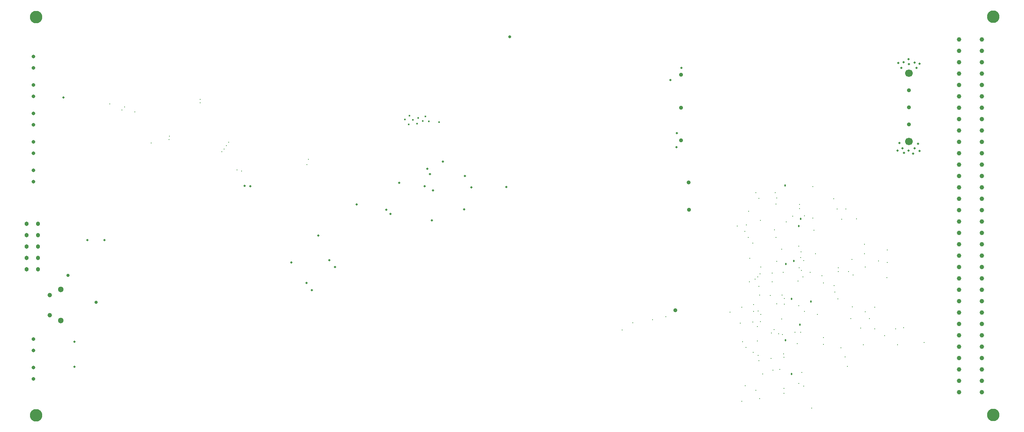
<source format=gbr>
G04 Layer_Color=0*
%FSLAX45Y45*%
%MOMM*%
%TF.FileFunction,Plated,1,2,PTH,Drill*%
%TF.Part,Single*%
G01*
G75*
%TA.AperFunction,OtherDrill,Pad Free-2 (105.156mm,157.912mm)*%
%ADD99C,2.79400*%
%TA.AperFunction,OtherDrill,Pad Free-1 (105.156mm,246.812mm)*%
%ADD100C,2.79400*%
%TA.AperFunction,ComponentDrill*%
%ADD101C,0.99000*%
%ADD102C,1.30000*%
%ADD103C,0.80000*%
%ADD104C,0.96520*%
%ADD105C,2.80000*%
%ADD106C,1.00000*%
%ADD107C,0.90000*%
%ADD108C,1.70000*%
%TA.AperFunction,ViaDrill,NotFilled*%
%ADD109C,0.50000*%
%ADD110C,0.25400*%
%ADD111C,0.90000*%
%ADD112C,0.71120*%
%ADD113C,0.45720*%
%ADD114C,0.40640*%
%ADD115C,0.63500*%
D99*
X10515600Y15791180D02*
D03*
D100*
Y24681180D02*
D03*
D101*
X10815280Y18482520D02*
D03*
Y18032520D02*
D03*
D102*
X11064280Y17907021D02*
D03*
Y18608020D02*
D03*
D103*
X10454640Y21645880D02*
D03*
Y21899879D02*
D03*
Y23550880D02*
D03*
Y23804880D02*
D03*
Y17238980D02*
D03*
Y17492979D02*
D03*
Y16603979D02*
D03*
Y16857980D02*
D03*
Y21264880D02*
D03*
Y21010880D02*
D03*
Y23169881D02*
D03*
Y22915880D02*
D03*
Y22280881D02*
D03*
Y22534880D02*
D03*
D104*
X10299701Y20071080D02*
D03*
X10553701D02*
D03*
Y19817081D02*
D03*
X10299701D02*
D03*
Y19563080D02*
D03*
X10553701D02*
D03*
X10299701Y19309081D02*
D03*
X10553701D02*
D03*
X10299701Y19055080D02*
D03*
X10553701D02*
D03*
D105*
X31851599Y15803880D02*
D03*
Y24693880D02*
D03*
D106*
X31089600Y16311880D02*
D03*
Y16565880D02*
D03*
Y16819881D02*
D03*
Y17073880D02*
D03*
Y17327879D02*
D03*
Y17581880D02*
D03*
Y17835880D02*
D03*
Y18089880D02*
D03*
Y18343880D02*
D03*
Y18597881D02*
D03*
Y18851880D02*
D03*
Y19105881D02*
D03*
Y19359880D02*
D03*
Y19613879D02*
D03*
Y19867880D02*
D03*
Y20121880D02*
D03*
Y20375880D02*
D03*
Y20629880D02*
D03*
Y20883881D02*
D03*
Y21137880D02*
D03*
Y21391879D02*
D03*
Y21645880D02*
D03*
Y21899879D02*
D03*
Y22153880D02*
D03*
Y22407880D02*
D03*
Y22661880D02*
D03*
Y22915880D02*
D03*
Y23169881D02*
D03*
Y23423880D02*
D03*
Y23677879D02*
D03*
Y23931880D02*
D03*
Y24185880D02*
D03*
X31597601Y16311880D02*
D03*
Y16565880D02*
D03*
Y16819881D02*
D03*
Y17073880D02*
D03*
Y17327879D02*
D03*
Y17581880D02*
D03*
Y17835880D02*
D03*
Y18089880D02*
D03*
Y18343880D02*
D03*
Y18597881D02*
D03*
Y18851880D02*
D03*
Y19105881D02*
D03*
Y19359880D02*
D03*
Y19613879D02*
D03*
Y19867880D02*
D03*
Y20121880D02*
D03*
Y20375880D02*
D03*
Y20629880D02*
D03*
Y20883881D02*
D03*
Y21137880D02*
D03*
Y21391879D02*
D03*
Y21645880D02*
D03*
Y21899879D02*
D03*
Y22153880D02*
D03*
Y22407880D02*
D03*
Y22661880D02*
D03*
Y22915880D02*
D03*
Y23169881D02*
D03*
Y23423880D02*
D03*
Y23677879D02*
D03*
Y23931880D02*
D03*
Y24185880D02*
D03*
D107*
X24892000Y21934419D02*
D03*
Y23394420D02*
D03*
Y22664420D02*
D03*
X29972000Y22285420D02*
D03*
Y22666420D02*
D03*
Y23047420D02*
D03*
D108*
Y21904420D02*
D03*
Y23428419D02*
D03*
D109*
X20053300Y20393660D02*
D03*
X19357339Y20812759D02*
D03*
X19337019Y20142200D02*
D03*
X11120120Y22890480D02*
D03*
X20990559Y20888960D02*
D03*
X20210780Y20883881D02*
D03*
X18409920Y20292059D02*
D03*
X18315939Y20380960D02*
D03*
X17178020Y19108420D02*
D03*
X17045940Y19253200D02*
D03*
X16657320Y18587720D02*
D03*
X16543021Y18750281D02*
D03*
X11366500Y16878300D02*
D03*
Y17434560D02*
D03*
X18603600Y20988660D02*
D03*
X17658080Y20505420D02*
D03*
X16804640Y19806920D02*
D03*
X16200121Y19202400D02*
D03*
X11653171Y19708209D02*
D03*
X12039949D02*
D03*
X19293840Y21178520D02*
D03*
X19234779Y21294720D02*
D03*
X24894540Y23550880D02*
D03*
X24650700Y23276559D02*
D03*
X15283180Y20909280D02*
D03*
X15156180Y20914360D02*
D03*
X24792940Y22092920D02*
D03*
X24782780Y21783040D02*
D03*
X29964380Y23632159D02*
D03*
X30137100Y23550880D02*
D03*
X29799280D02*
D03*
X29850079Y23672800D02*
D03*
X30091379Y23665179D02*
D03*
X29728159Y23660100D02*
D03*
X29961841Y23741380D02*
D03*
X30203140Y23639780D02*
D03*
X29961841Y21704300D02*
D03*
X29827219Y21757640D02*
D03*
X30098999Y21752560D02*
D03*
X30060901Y21638260D02*
D03*
X29855161Y21650960D02*
D03*
X30167581Y21859241D02*
D03*
X29753561Y21869400D02*
D03*
X29715460Y21706841D02*
D03*
X30203140Y21696680D02*
D03*
X19177620Y20908659D02*
D03*
X20068539Y21135339D02*
D03*
X19575780Y21460460D02*
D03*
D110*
X26205179Y17848579D02*
D03*
X25979120Y18100040D02*
D03*
X12151360Y22743159D02*
D03*
X12428220Y22611079D02*
D03*
X12481560Y22679660D02*
D03*
X12712700Y22567900D02*
D03*
X14805000Y21887180D02*
D03*
X14755013Y21810980D02*
D03*
X14705000Y21739861D02*
D03*
X26344879Y20040601D02*
D03*
X26139139Y20022820D02*
D03*
X26240741Y18204179D02*
D03*
X16551947Y21391879D02*
D03*
X29202380Y18209261D02*
D03*
X29474161Y18867120D02*
D03*
X28976321Y19400520D02*
D03*
X27889200Y19397980D02*
D03*
X28696921Y19270979D02*
D03*
X27561539Y19441161D02*
D03*
X27642819Y20243800D02*
D03*
X28559760Y20403819D02*
D03*
X27132281Y19504660D02*
D03*
X26504901Y18117821D02*
D03*
X26662381Y18046700D02*
D03*
X26311859Y19903439D02*
D03*
X26484579Y19634200D02*
D03*
X26553159Y20767039D02*
D03*
X26626819Y20634959D02*
D03*
X26664920Y19103340D02*
D03*
X29486859Y19204939D02*
D03*
X28387039Y18394679D02*
D03*
X27515820Y18242281D02*
D03*
X26878281Y18470880D02*
D03*
X26642059Y18475960D02*
D03*
X28676599Y17955260D02*
D03*
X28389581Y19085561D02*
D03*
Y19006821D02*
D03*
X28303220Y18686780D02*
D03*
X28320999Y18544540D02*
D03*
X27513281Y19568159D02*
D03*
X27020520Y19232880D02*
D03*
X27553922Y19316701D02*
D03*
X26923999Y18971260D02*
D03*
X27023059Y18285460D02*
D03*
X27188574Y18272760D02*
D03*
X27188159Y18399760D02*
D03*
X28059381Y18745200D02*
D03*
X28369260Y20403819D02*
D03*
X27063699Y17617439D02*
D03*
X27142441Y18478500D02*
D03*
X28625800Y19006821D02*
D03*
X27533600Y20408900D02*
D03*
X27525980Y20502879D02*
D03*
X27376120Y20238721D02*
D03*
X26659839Y20144740D02*
D03*
X28981400Y19608800D02*
D03*
X29489401Y19486880D02*
D03*
X27233881Y20109180D02*
D03*
X26601419Y18884900D02*
D03*
X26649680Y18948399D02*
D03*
X26893521Y17061180D02*
D03*
X26974799Y19931380D02*
D03*
X26555701Y16352521D02*
D03*
X26499820Y17195799D02*
D03*
X27800299Y15951199D02*
D03*
X27005280Y19763741D02*
D03*
X28290521Y20632420D02*
D03*
X29428439Y17569180D02*
D03*
X28948380Y17371060D02*
D03*
X28595319Y16883380D02*
D03*
X28544519Y17094200D02*
D03*
X28895041Y17744440D02*
D03*
X27482800Y17396460D02*
D03*
X28064459Y17378680D02*
D03*
X29850079Y17746980D02*
D03*
X29712921Y17371060D02*
D03*
X30307281Y17416780D02*
D03*
X28996640Y19105881D02*
D03*
X29293820Y19240500D02*
D03*
X28719781Y18930620D02*
D03*
X27518359Y19090640D02*
D03*
X27556461Y17650459D02*
D03*
X29207458Y17724120D02*
D03*
X29672281D02*
D03*
X28709619Y18216879D02*
D03*
X28994101Y18106149D02*
D03*
X29090619Y17952721D02*
D03*
X27609799Y18887440D02*
D03*
X27571701Y19024600D02*
D03*
X27515820Y16507460D02*
D03*
X28059381Y17528540D02*
D03*
X27640280Y18112740D02*
D03*
X27625040Y16449040D02*
D03*
X27767279Y18983960D02*
D03*
X28455621Y17305020D02*
D03*
X27927301Y18044160D02*
D03*
X26939240Y16802100D02*
D03*
X27086560Y16819881D02*
D03*
X26591260Y17457420D02*
D03*
X26588721Y17774921D02*
D03*
X27129739Y17942560D02*
D03*
X27180539Y16398241D02*
D03*
Y16289020D02*
D03*
X27185620Y17086580D02*
D03*
X27170380Y17165320D02*
D03*
X26962100Y17711420D02*
D03*
X26903680Y17632680D02*
D03*
X26504901Y18267680D02*
D03*
X26337259Y17312640D02*
D03*
X14988541Y21275040D02*
D03*
X15092680Y21249640D02*
D03*
X13075920Y21869400D02*
D03*
X13487399Y22029420D02*
D03*
X13472160Y21948140D02*
D03*
X16578580Y21506180D02*
D03*
X14170660Y22771100D02*
D03*
X14172032Y22851212D02*
D03*
X27829922Y20902121D02*
D03*
X27005280Y20507961D02*
D03*
X27023059Y20642580D02*
D03*
X26984961Y20767039D02*
D03*
X27848560Y19926300D02*
D03*
X27619958Y19250661D02*
D03*
X27579321Y16753841D02*
D03*
X26644601Y16165154D02*
D03*
X26624280Y17015460D02*
D03*
X26659839Y17886681D02*
D03*
X27432001Y17645380D02*
D03*
X26603961Y18122900D02*
D03*
X26921460Y18778220D02*
D03*
X28470859Y20167599D02*
D03*
X28798520Y20177760D02*
D03*
X28029510Y18912939D02*
D03*
X27495499Y18793460D02*
D03*
X27162076Y18989725D02*
D03*
X26624280Y18674080D02*
D03*
X27829184Y20198741D02*
D03*
X26385519Y19766280D02*
D03*
X26397534Y20351164D02*
D03*
X26418539Y19303406D02*
D03*
X26317117Y16456900D02*
D03*
X26258521Y17437100D02*
D03*
X27152600Y17599660D02*
D03*
X26537921Y18831560D02*
D03*
X26416000Y18775681D02*
D03*
X26245358Y16104459D02*
D03*
X26708099Y16720821D02*
D03*
X23576280Y17701260D02*
D03*
X23809959Y17858740D02*
D03*
X24249380Y17924780D02*
D03*
X24551640Y17998441D02*
D03*
X26603961Y17134840D02*
D03*
X26492200Y17876520D02*
D03*
X14650720Y21676360D02*
D03*
D111*
X24759920Y18143221D02*
D03*
X25062180Y20383501D02*
D03*
X25059641Y20993100D02*
D03*
D112*
X11846580Y18315961D02*
D03*
X11221720Y18917920D02*
D03*
D113*
X27208481Y20927060D02*
D03*
X27510739Y20017740D02*
D03*
X27559000Y20180299D02*
D03*
X27401520Y19237959D02*
D03*
X27782520Y18336259D02*
D03*
X27538681Y17820641D02*
D03*
X27221179Y19174460D02*
D03*
X27353259Y18394679D02*
D03*
X27213559Y17472659D02*
D03*
X27355801Y16715739D02*
D03*
D114*
X19265900Y22352000D02*
D03*
X18813780Y22291040D02*
D03*
X19027139Y22435820D02*
D03*
X18729961Y22400259D02*
D03*
X19189700Y22466299D02*
D03*
X18831560Y22481540D02*
D03*
X19497040Y22341840D02*
D03*
X18907761Y22387560D02*
D03*
X19128740Y22362160D02*
D03*
X19006821Y22303740D02*
D03*
D115*
X21066760Y24244299D02*
D03*
%TF.MD5,88761e77aca6b723a83e86753dcb10db*%
M02*

</source>
